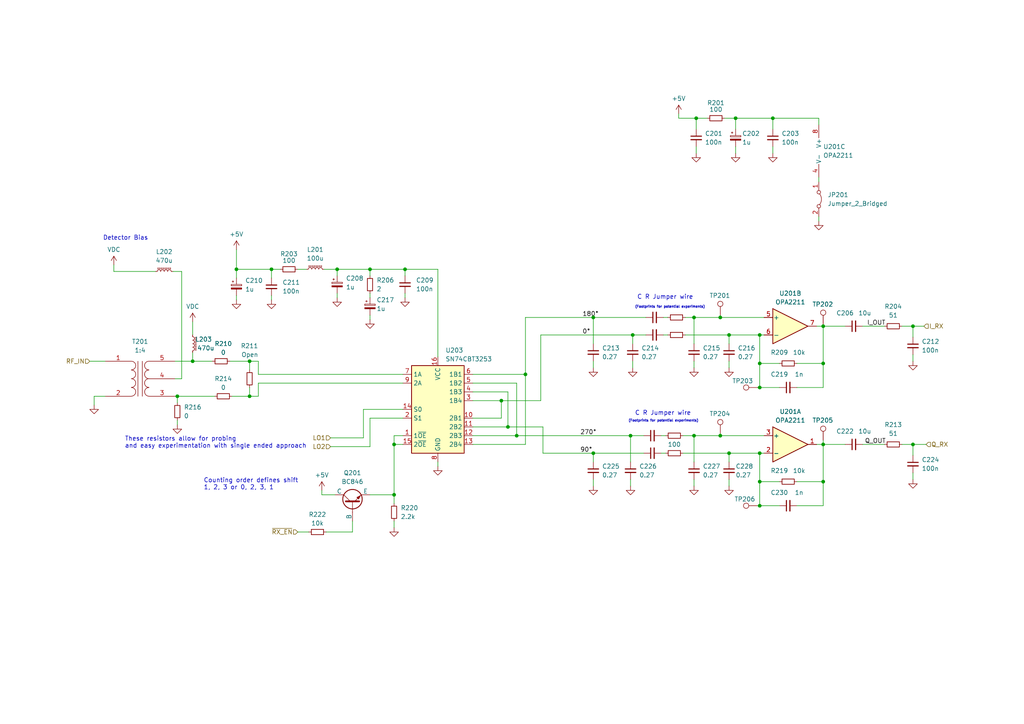
<source format=kicad_sch>
(kicad_sch (version 20231120) (generator "eeschema") (generator_version "8.0")
  (paper "A4")
  (title_block (title "Rhapsody - moduar experimental SDR TRX") (date "2023-10-12") (rev "1.0") (company "SP6GK") (comment 1 "Quadrature Sampling Detector (RX Tayloe mixer)"))
  (lib_symbols
    (symbol "Amplifier_Operational:NE5532" (pin_names (offset 0.127))
      (property "Reference" "U" (at 0 5.08 0))
      (property "Value" "NE5532" (at 0 -5.08 0))
      (symbol "NE5532_1_1"
        (polyline (pts (xy -5.08 5.08) (xy 5.08 0) (xy -5.08 -5.08) (xy -5.08 5.08)) (stroke (width 0.254)) (fill (type background)))
        (pin output line (at 7.62 0 180) (length 2.54) (name "~") (number "1"))
        (pin input line (at -7.62 -2.54 0) (length 2.54) (name "-") (number "2"))
        (pin input line (at -7.62 2.54 0) (length 2.54) (name "+") (number "3"))
      )
      (symbol "NE5532_2_1"
        (polyline (pts (xy -5.08 5.08) (xy 5.08 0) (xy -5.08 -5.08) (xy -5.08 5.08)) (stroke (width 0.254)) (fill (type background)))
        (pin input line (at -7.62 2.54 0) (length 2.54) (name "+") (number "5"))
        (pin input line (at -7.62 -2.54 0) (length 2.54) (name "-") (number "6"))
        (pin output line (at 7.62 0 180) (length 2.54) (name "~") (number "7"))
      )
      (symbol "NE5532_3_1"
        (pin power_in line (at -2.54 -7.62 90) (length 3.81) (name "V-") (number "4"))
        (pin power_in line (at -2.54 7.62 270) (length 3.81) (name "V+") (number "8"))
      )
    )
    (symbol "Analog_Switch:SN74CBT3253"
      (property "Reference" "U" (at -7.62 13.97 0))
      (property "Value" "SN74CBT3253" (at -11.43 -13.97 0))
      (symbol "SN74CBT3253_0_1"
        (rectangle (start -7.62 12.7) (end 7.62 -12.7) (stroke (width 0.254)) (fill (type background)))
        (rectangle (start 7.62 -12.7) (end 7.62 -12.7))
      )
      (symbol "SN74CBT3253_1_1"
        (pin input line (at -10.16 -7.62 0) (length 2.54) (name "1~{OE}") (number "1"))
        (pin bidirectional line (at 10.16 -2.54 180) (length 2.54) (name "2B1") (number "10"))
        (pin bidirectional line (at 10.16 -5.08 180) (length 2.54) (name "2B2") (number "11"))
        (pin bidirectional line (at 10.16 -7.62 180) (length 2.54) (name "2B3") (number "12"))
        (pin bidirectional line (at 10.16 -10.16 180) (length 2.54) (name "2B4") (number "13"))
        (pin input line (at -10.16 0 0) (length 2.54) (name "S0") (number "14"))
        (pin input line (at -10.16 -10.16 0) (length 2.54) (name "2~{OE}") (number "15"))
        (pin power_in line (at 0 15.24 270) (length 2.54) (name "VCC") (number "16"))
        (pin input line (at -10.16 -2.54 0) (length 2.54) (name "S1") (number "2"))
        (pin bidirectional line (at 10.16 2.54 180) (length 2.54) (name "1B4") (number "3"))
        (pin bidirectional line (at 10.16 5.08 180) (length 2.54) (name "1B3") (number "4"))
        (pin bidirectional line (at 10.16 7.62 180) (length 2.54) (name "1B2") (number "5"))
        (pin bidirectional line (at 10.16 10.16 180) (length 2.54) (name "1B1") (number "6"))
        (pin bidirectional line (at -10.16 10.16 0) (length 2.54) (name "1A") (number "7"))
        (pin power_in line (at 0 -15.24 90) (length 2.54) (name "GND") (number "8"))
        (pin bidirectional line (at -10.16 7.62 0) (length 2.54) (name "2A") (number "9"))
      )
    )
    (symbol "Connector:TestPoint" (pin_numbers hide) (pin_names (offset 0.762) hide)
      (property "Reference" "TP" (at 0 6.858 0))
      (property "Value" "TestPoint" (at 0 5.08 0))
      (symbol "TestPoint_0_1"
        (circle (center 0 3.302) (radius 0.762))
      )
      (symbol "TestPoint_1_1"
        (pin passive line (at 0 0 90) (length 2.54) (name "1") (number "1"))
      )
    )
    (symbol "Device:C_Polarized_Small" (pin_numbers hide) (pin_names (offset 0.254) hide)
      (property "Reference" "C" (at 0.254 1.778 0))
      (property "Value" "C_Polarized_Small" (at 0.254 -2.032 0))
      (symbol "C_Polarized_Small_0_1"
        (rectangle (start -1.524 -0.3048) (end 1.524 -0.6858) (fill (type outline)))
        (rectangle (start -1.524 0.6858) (end 1.524 0.3048))
        (polyline (pts (xy -1.27 1.524) (xy -0.762 1.524)))
        (polyline (pts (xy -1.016 1.27) (xy -1.016 1.778)))
      )
      (symbol "C_Polarized_Small_1_1"
        (pin passive line (at 0 2.54 270) (length 1.8542) (name "~") (number "1"))
        (pin passive line (at 0 -2.54 90) (length 1.8542) (name "~") (number "2"))
      )
    )
    (symbol "Device:C_Small" (pin_numbers hide) (pin_names (offset 0.254) hide)
      (property "Reference" "C" (at 0.254 1.778 0))
      (property "Value" "C_Small" (at 0.254 -2.032 0))
      (symbol "C_Small_0_1"
        (polyline (pts (xy -1.524 -0.508) (xy 1.524 -0.508)) (stroke (width 0.3302)))
        (polyline (pts (xy -1.524 0.508) (xy 1.524 0.508)) (stroke (width 0.3048)))
      )
      (symbol "C_Small_1_1"
        (pin passive line (at 0 2.54 270) (length 2.032) (name "~") (number "1"))
        (pin passive line (at 0 -2.54 90) (length 2.032) (name "~") (number "2"))
      )
    )
    (symbol "Device:L_Ferrite_Small" (pin_numbers hide) (pin_names (offset 0.254) hide)
      (property "Reference" "L" (at 1.27 1.016 0))
      (property "Value" "L_Ferrite_Small" (at 1.27 -1.27 0))
      (symbol "L_Ferrite_Small_0_1"
        (arc (start 0 -2.032) (mid 0.5058 -1.524) (end 0 -1.016))
        (arc (start 0 -1.016) (mid 0.5058 -0.508) (end 0 0))
        (polyline (pts (xy 0.762 -1.905) (xy 0.762 -1.651)))
        (polyline (pts (xy 0.762 -1.397) (xy 0.762 -1.143)))
        (polyline (pts (xy 0.762 -0.889) (xy 0.762 -0.635)))
        (polyline (pts (xy 0.762 -0.381) (xy 0.762 -0.127)))
        (polyline (pts (xy 0.762 0.127) (xy 0.762 0.381)))
        (polyline (pts (xy 0.762 0.635) (xy 0.762 0.889)))
        (polyline (pts (xy 0.762 1.143) (xy 0.762 1.397)))
        (polyline (pts (xy 0.762 1.651) (xy 0.762 1.905)))
        (polyline (pts (xy 1.016 -1.651) (xy 1.016 -1.905)))
        (polyline (pts (xy 1.016 -1.143) (xy 1.016 -1.397)))
        (polyline (pts (xy 1.016 -0.635) (xy 1.016 -0.889)))
        (polyline (pts (xy 1.016 -0.127) (xy 1.016 -0.381)))
        (polyline (pts (xy 1.016 0.381) (xy 1.016 0.127)))
        (polyline (pts (xy 1.016 0.889) (xy 1.016 0.635)))
        (polyline (pts (xy 1.016 1.397) (xy 1.016 1.143)))
        (polyline (pts (xy 1.016 1.905) (xy 1.016 1.651)))
        (arc (start 0 0) (mid 0.5058 0.508) (end 0 1.016))
        (arc (start 0 1.016) (mid 0.5058 1.524) (end 0 2.032))
      )
      (symbol "L_Ferrite_Small_1_1"
        (pin passive line (at 0 2.54 270) (length 0.508) (name "~") (number "1"))
        (pin passive line (at 0 -2.54 90) (length 0.508) (name "~") (number "2"))
      )
    )
    (symbol "Device:Opamp_Dual"
      (property "Reference" "U" (at 0 5.08 0))
      (property "Value" "Opamp_Dual" (at 0 -5.08 0))
      (symbol "Opamp_Dual_1_1"
        (polyline (pts (xy -5.08 5.08) (xy 5.08 0) (xy -5.08 -5.08) (xy -5.08 5.08)) (stroke (width 0.254)) (fill (type background)))
        (pin output line (at 7.62 0 180) (length 2.54) (name "~") (number "1"))
        (pin input line (at -7.62 -2.54 0) (length 2.54) (name "-") (number "2"))
        (pin input line (at -7.62 2.54 0) (length 2.54) (name "+") (number "3"))
      )
      (symbol "Opamp_Dual_2_1"
        (polyline (pts (xy -5.08 5.08) (xy 5.08 0) (xy -5.08 -5.08) (xy -5.08 5.08)) (stroke (width 0.254)) (fill (type background)))
        (pin input line (at -7.62 2.54 0) (length 2.54) (name "+") (number "5"))
        (pin input line (at -7.62 -2.54 0) (length 2.54) (name "-") (number "6"))
        (pin output line (at 7.62 0 180) (length 2.54) (name "~") (number "7"))
      )
      (symbol "Opamp_Dual_3_1"
        (pin power_in line (at -2.54 -7.62 90) (length 3.81) (name "V-") (number "4"))
        (pin power_in line (at -2.54 7.62 270) (length 3.81) (name "V+") (number "8"))
      )
    )
    (symbol "Device:R_Small" (pin_numbers hide) (pin_names (offset 0.254) hide)
      (property "Reference" "R" (at 0.762 0.508 0))
      (property "Value" "R_Small" (at 0.762 -1.016 0))
      (symbol "R_Small_0_1"
        (rectangle (start -0.762 1.778) (end 0.762 -1.778) (stroke (width 0.2032)))
      )
      (symbol "R_Small_1_1"
        (pin passive line (at 0 2.54 270) (length 0.762) (name "~") (number "1"))
        (pin passive line (at 0 -2.54 90) (length 0.762) (name "~") (number "2"))
      )
    )
    (symbol "Device:Transformer_1P_SS" (pin_names (offset 1.016) hide)
      (property "Reference" "T" (at 0 6.35 0))
      (property "Value" "Transformer_1P_SS" (at 0 -7.62 0))
      (symbol "Transformer_1P_SS_0_1"
        (arc (start -2.54 -5.0546) (mid -1.6599 -4.6901) (end -1.27 -3.81))
        (arc (start -2.54 -2.5146) (mid -1.6599 -2.1501) (end -1.27 -1.27))
        (arc (start -2.54 0.0254) (mid -1.6599 0.3899) (end -1.27 1.27))
        (arc (start -2.54 2.5654) (mid -1.6599 2.9299) (end -1.27 3.81))
        (arc (start -1.27 -3.81) (mid -1.642 -2.912) (end -2.54 -2.54))
        (arc (start -1.27 -1.27) (mid -1.642 -0.372) (end -2.54 0))
        (arc (start -1.27 1.27) (mid -1.642 2.168) (end -2.54 2.54))
        (arc (start -1.27 3.81) (mid -1.642 4.708) (end -2.54 5.08))
        (polyline (pts (xy -0.635 5.08) (xy -0.635 -5.08)))
        (polyline (pts (xy 0.635 -5.08) (xy 0.635 5.08)))
        (arc (start 1.2954 -1.27) (mid 1.6599 -2.1501) (end 2.54 -2.5146))
        (arc (start 1.2954 1.27) (mid 1.6599 0.3899) (end 2.54 0.0254))
        (arc (start 1.2954 3.81) (mid 1.6599 2.9299) (end 2.54 2.5654))
        (arc (start 1.3208 -3.81) (mid 1.6853 -4.6901) (end 2.5654 -5.0546))
        (arc (start 2.54 0) (mid 1.642 -0.372) (end 1.2954 -1.27))
        (arc (start 2.54 2.54) (mid 1.642 2.168) (end 1.2954 1.27))
        (arc (start 2.54 5.08) (mid 1.642 4.708) (end 1.2954 3.81))
        (arc (start 2.5654 -2.54) (mid 1.6674 -2.912) (end 1.3208 -3.81))
      )
      (symbol "Transformer_1P_SS_1_1"
        (pin passive line (at -10.16 5.08 0) (length 7.62) (name "AA") (number "1"))
        (pin passive line (at -10.16 -5.08 0) (length 7.62) (name "AB") (number "2"))
        (pin passive line (at 10.16 -5.08 180) (length 7.62) (name "SA") (number "3"))
        (pin passive line (at 10.16 0 180) (length 7.62) (name "SC") (number "4"))
        (pin passive line (at 10.16 5.08 180) (length 7.62) (name "SB") (number "5"))
      )
    )
    (symbol "Jumper:Jumper_2_Bridged" (pin_names (offset 0) hide)
      (property "Reference" "JP" (at 0 1.905 0))
      (property "Value" "Jumper_2_Bridged" (at 0 -2.54 0))
      (symbol "Jumper_2_Bridged_0_0"
        (circle (center -2.032 0) (radius 0.508))
        (circle (center 2.032 0) (radius 0.508))
      )
      (symbol "Jumper_2_Bridged_0_1"
        (arc (start 1.524 0.254) (mid 0 0.762) (end -1.524 0.254))
      )
      (symbol "Jumper_2_Bridged_1_1"
        (pin passive line (at -5.08 0 0) (length 2.54) (name "A") (number "1"))
        (pin passive line (at 5.08 0 180) (length 2.54) (name "B") (number "2"))
      )
    )
    (symbol "Simulation_SPICE:NPN" (pin_numbers hide) (pin_names (offset 0))
      (property "Reference" "Q201" (at 8.89 0 90))
      (property "Value" "NPN" (at 6.35 0 90))
      (symbol "NPN_0_1"
        (polyline (pts (xy -2.54 0) (xy 0.635 0)) (stroke (width 0.1524)))
        (polyline (pts (xy 0.635 0.635) (xy 2.54 2.54)))
        (polyline (pts (xy 2.794 -1.27) (xy 2.794 -1.27)) (stroke (width 0.1524)))
        (polyline (pts (xy 2.794 -1.27) (xy 2.794 -1.27)) (stroke (width 0.1524)))
        (polyline (pts (xy 0.635 -0.635) (xy 2.54 -2.54) (xy 2.54 -2.54)))
        (polyline (pts (xy 0.635 1.905) (xy 0.635 -1.905) (xy 0.635 -1.905)) (stroke (width 0.508)))
        (polyline (pts (xy 1.27 -1.778) (xy 1.778 -1.27) (xy 2.286 -2.286) (xy 1.27 -1.778) (xy 1.27 -1.778)) (fill (type outline)))
        (circle (center 1.27 0) (radius 2.8194) (stroke (width 0.254)))
      )
      (symbol "NPN_1_1"
        (pin input line (at -5.08 0 0) (length 2.54) (name "B") (number "1"))
        (pin open_emitter line (at 2.54 -5.08 90) (length 2.54) (name "E") (number "2"))
        (pin open_collector line (at 2.54 5.08 270) (length 2.54) (name "C") (number "3"))
      )
    )
    (symbol "power:+5V" (power) (pin_names (offset 0))
      (property "Value" "+5V" (at 0 3.556 0))
      (symbol "+5V_0_1"
        (polyline (pts (xy -0.762 1.27) (xy 0 2.54)))
        (polyline (pts (xy 0 0) (xy 0 2.54)))
        (polyline (pts (xy 0 2.54) (xy 0.762 1.27)))
      )
      (symbol "+5V_1_1"
        (pin power_in line (at 0 0 90) (length 0) hide (name "+5V") (number "1"))
      )
    )
    (symbol "power:GND" (power) (pin_names (offset 0))
      (property "Value" "GND" (at 0 -3.81 0))
      (symbol "GND_0_1"
        (polyline (pts (xy 0 0) (xy 0 -1.27) (xy 1.27 -1.27) (xy 0 -2.54) (xy -1.27 -1.27) (xy 0 -1.27)))
      )
      (symbol "GND_1_1"
        (pin power_in line (at 0 0 270) (length 0) hide (name "GND") (number "1"))
      )
    )
    (symbol "power:VDC" (power) (pin_names (offset 0))
      (property "Value" "VDC" (at 0 6.35 0))
      (symbol "VDC_0_1"
        (polyline (pts (xy -0.762 1.27) (xy 0 2.54)))
        (polyline (pts (xy 0 0) (xy 0 2.54)))
        (polyline (pts (xy 0 2.54) (xy 0.762 1.27)))
      )
      (symbol "VDC_1_1"
        (pin power_in line (at 0 0 90) (length 0) hide (name "VDC") (number "1"))
      )
    )
  )
  (junction (at 341.63 122.555))
  (junction (at 201.295 126.365))
  (junction (at 182.88 126.365))
  (junction (at 78.74 78.105))
  (junction (at 72.39 104.775))
  (junction (at 201.93 34.29))
  (junction (at 172.085 131.445))
  (junction (at 220.345 105.41))
  (junction (at 145.415 116.205))
  (junction (at 238.76 128.905))
  (junction (at 335.28 151.13))
  (junction (at 323.85 151.13))
  (junction (at 238.76 139.7))
  (junction (at 238.76 105.41))
  (junction (at 97.79 78.105))
  (junction (at 72.39 114.935))
  (junction (at 264.795 128.905))
  (junction (at 220.345 112.395))
  (junction (at 346.075 151.13))
  (junction (at 147.32 123.825))
  (junction (at 375.92 125.095))
  (junction (at 211.455 97.155))
  (junction (at 341.63 88.265))
  (junction (at 220.345 146.685))
  (junction (at 220.345 97.155))
  (junction (at 211.455 131.445))
  (junction (at 224.155 34.29))
  (junction (at 114.3 143.51))
  (junction (at 201.295 92.075))
  (junction (at 149.86 126.365))
  (junction (at 208.915 92.075))
  (junction (at 172.085 92.075))
  (junction (at 208.915 126.365))
  (junction (at 51.435 114.935))
  (junction (at 220.345 139.7))
  (junction (at 183.515 97.155))
  (junction (at 330.835 88.265))
  (junction (at 264.795 94.615))
  (junction (at 117.475 78.105))
  (junction (at 238.76 94.615))
  (junction (at 213.36 34.29))
  (junction (at 68.58 78.105))
  (junction (at 330.835 122.555))
  (junction (at 55.88 104.775))
  (junction (at 375.92 90.805))
  (junction (at 152.4 108.585))
  (junction (at 114.3 128.905))
  (junction (at 107.315 78.105))
  (junction (at 220.345 131.445))
  (wire (pts (xy 97.155 143.51) (xy 93.345 143.51)))
  (wire (pts (xy 114.3 151.13) (xy 114.3 153.035)))
  (wire (pts (xy 149.86 111.125) (xy 137.16 111.125)))
  (wire (pts (xy 219.71 146.685) (xy 220.345 146.685)))
  (wire (pts (xy 182.88 126.365) (xy 186.69 126.365)))
  (wire (pts (xy 375.92 111.125) (xy 375.92 125.095)))
  (wire (pts (xy 117.475 85.09) (xy 117.475 86.36)))
  (wire (pts (xy 201.295 126.365) (xy 208.915 126.365)))
  (wire (pts (xy 220.345 112.395) (xy 226.06 112.395)))
  (wire (pts (xy 221.615 131.445) (xy 220.345 131.445)))
  (wire (pts (xy 261.62 128.905) (xy 264.795 128.905)))
  (wire (pts (xy 152.4 92.075) (xy 152.4 108.585)))
  (wire (pts (xy 137.16 123.825) (xy 147.32 123.825)))
  (wire (pts (xy 68.58 78.105) (xy 78.74 78.105)))
  (wire (pts (xy 45.085 78.74) (xy 33.02 78.74)))
  (wire (pts (xy 78.74 78.105) (xy 81.28 78.105)))
  (wire (pts (xy 330.835 88.265) (xy 332.74 88.265)))
  (wire (pts (xy 116.84 118.745) (xy 105.41 118.745)))
  (wire (pts (xy 137.16 121.285) (xy 145.415 121.285)))
  (wire (pts (xy 341.63 88.265) (xy 341.63 90.17)))
  (wire (pts (xy 238.76 128.905) (xy 236.855 128.905)))
  (wire (pts (xy 211.455 131.445) (xy 211.455 133.985)))
  (wire (pts (xy 191.77 131.445) (xy 193.04 131.445)))
  (wire (pts (xy 201.93 34.29) (xy 201.93 37.465)))
  (wire (pts (xy 191.77 126.365) (xy 193.04 126.365)))
  (wire (pts (xy 107.315 91.44) (xy 107.315 92.71)))
  (wire (pts (xy 250.19 94.615) (xy 256.54 94.615)))
  (wire (pts (xy 107.315 78.105) (xy 117.475 78.105)))
  (wire (pts (xy 264.795 128.905) (xy 268.605 128.905)))
  (wire (pts (xy 74.93 111.125) (xy 116.84 111.125)))
  (wire (pts (xy 208.915 125.73) (xy 208.915 126.365)))
  (wire (pts (xy 50.8 109.855) (xy 52.705 109.855)))
  (wire (pts (xy 362.585 111.125) (xy 375.92 111.125)))
  (wire (pts (xy 152.4 128.905) (xy 152.4 108.585)))
  (wire (pts (xy 107.315 85.09) (xy 107.315 86.36)))
  (wire (pts (xy 50.165 78.74) (xy 52.705 78.74)))
  (wire (pts (xy 201.93 42.545) (xy 201.93 44.45)))
  (wire (pts (xy 137.16 126.365) (xy 149.86 126.365)))
  (wire (pts (xy 30.48 104.775) (xy 26.035 104.775)))
  (wire (pts (xy 210.185 34.29) (xy 213.36 34.29)))
  (wire (pts (xy 238.76 105.41) (xy 238.76 112.395)))
  (wire (pts (xy 72.39 104.775) (xy 66.675 104.775)))
  (wire (pts (xy 74.93 111.125) (xy 74.93 114.935)))
  (wire (pts (xy 352.425 127.635) (xy 349.885 127.635)))
  (wire (pts (xy 182.88 133.985) (xy 182.88 126.365)))
  (wire (pts (xy 198.755 97.155) (xy 211.455 97.155)))
  (wire (pts (xy 156.845 116.205) (xy 156.845 97.155)))
  (wire (pts (xy 220.345 105.41) (xy 220.345 112.395)))
  (wire (pts (xy 224.155 34.29) (xy 224.155 37.465)))
  (wire (pts (xy 359.41 166.37) (xy 359.41 168.275)))
  (wire (pts (xy 52.705 78.74) (xy 52.705 109.855)))
  (wire (pts (xy 201.295 99.695) (xy 201.295 92.075)))
  (wire (pts (xy 318.77 151.13) (xy 323.85 151.13)))
  (wire (pts (xy 97.79 85.09) (xy 97.79 86.36)))
  (wire (pts (xy 157.48 123.825) (xy 157.48 131.445)))
  (wire (pts (xy 330.835 88.265) (xy 330.835 76.835)))
  (wire (pts (xy 147.32 123.825) (xy 157.48 123.825)))
  (wire (pts (xy 346.075 151.13) (xy 346.075 154.305)))
  (wire (pts (xy 315.595 122.555) (xy 323.85 122.555)))
  (wire (pts (xy 74.93 104.775) (xy 72.39 104.775)))
  (wire (pts (xy 72.39 104.775) (xy 72.39 107.315)))
  (wire (pts (xy 211.455 97.155) (xy 220.345 97.155)))
  (wire (pts (xy 201.295 92.075) (xy 208.915 92.075)))
  (wire (pts (xy 182.88 139.065) (xy 182.88 140.97)))
  (wire (pts (xy 224.155 42.545) (xy 224.155 44.45)))
  (wire (pts (xy 238.76 93.98) (xy 238.76 94.615)))
  (wire (pts (xy 201.93 34.29) (xy 205.105 34.29)))
  (wire (pts (xy 220.345 97.155) (xy 220.345 105.41)))
  (wire (pts (xy 337.82 88.265) (xy 341.63 88.265)))
  (wire (pts (xy 78.74 85.725) (xy 78.74 86.995)))
  (wire (pts (xy 341.63 122.555) (xy 341.63 124.46)))
  (wire (pts (xy 172.085 104.775) (xy 172.085 106.68)))
  (wire (pts (xy 192.405 97.155) (xy 193.675 97.155)))
  (wire (pts (xy 145.415 121.285) (xy 145.415 116.205)))
  (wire (pts (xy 114.3 143.51) (xy 114.3 146.05)))
  (wire (pts (xy 238.76 94.615) (xy 238.76 105.41)))
  (wire (pts (xy 220.345 139.7) (xy 220.345 146.685)))
  (wire (pts (xy 97.79 78.105) (xy 107.315 78.105)))
  (wire (pts (xy 102.235 151.13) (xy 102.235 154.305)))
  (wire (pts (xy 51.435 121.92) (xy 51.435 123.19)))
  (wire (pts (xy 362.585 76.835) (xy 375.92 76.835)))
  (wire (pts (xy 201.295 139.065) (xy 201.295 140.97)))
  (wire (pts (xy 332.105 151.13) (xy 335.28 151.13)))
  (wire (pts (xy 349.885 137.16) (xy 375.92 137.16)))
  (wire (pts (xy 147.32 113.665) (xy 147.32 123.825)))
  (wire (pts (xy 183.515 97.155) (xy 187.325 97.155)))
  (wire (pts (xy 341.63 129.54) (xy 341.63 131.445)))
  (wire (pts (xy 337.82 122.555) (xy 341.63 122.555)))
  (wire (pts (xy 117.475 78.105) (xy 127 78.105)))
  (wire (pts (xy 107.315 121.285) (xy 107.315 129.54)))
  (wire (pts (xy 74.93 108.585) (xy 116.84 108.585)))
  (wire (pts (xy 196.85 34.29) (xy 201.93 34.29)))
  (wire (pts (xy 105.41 118.745) (xy 105.41 127)))
  (wire (pts (xy 315.595 88.265) (xy 323.85 88.265)))
  (wire (pts (xy 183.515 97.155) (xy 183.515 99.695)))
  (wire (pts (xy 152.4 92.075) (xy 172.085 92.075)))
  (wire (pts (xy 116.84 121.285) (xy 107.315 121.285)))
  (wire (pts (xy 237.49 34.29) (xy 224.155 34.29)))
  (wire (pts (xy 375.92 125.095) (xy 367.665 125.095)))
  (wire (pts (xy 220.345 139.7) (xy 226.06 139.7)))
  (wire (pts (xy 349.885 102.87) (xy 375.92 102.87)))
  (wire (pts (xy 375.92 90.805) (xy 379.095 90.805)))
  (wire (pts (xy 231.14 139.7) (xy 238.76 139.7)))
  (wire (pts (xy 208.915 91.44) (xy 208.915 92.075)))
  (wire (pts (xy 341.63 122.555) (xy 352.425 122.555)))
  (wire (pts (xy 341.63 88.265) (xy 352.425 88.265)))
  (wire (pts (xy 208.915 92.075) (xy 221.615 92.075)))
  (wire (pts (xy 330.835 122.555) (xy 330.835 111.125)))
  (wire (pts (xy 127 78.105) (xy 127 103.505)))
  (wire (pts (xy 172.085 131.445) (xy 172.085 133.985)))
  (wire (pts (xy 95.885 129.54) (xy 107.315 129.54)))
  (wire (pts (xy 220.345 131.445) (xy 220.345 139.7)))
  (wire (pts (xy 137.16 128.905) (xy 152.4 128.905)))
  (wire (pts (xy 328.93 88.265) (xy 330.835 88.265)))
  (wire (pts (xy 359.41 151.13) (xy 346.075 151.13)))
  (wire (pts (xy 330.835 76.835) (xy 357.505 76.835)))
  (wire (pts (xy 93.98 78.105) (xy 97.79 78.105)))
  (wire (pts (xy 250.19 128.905) (xy 256.54 128.905)))
  (wire (pts (xy 335.28 151.13) (xy 346.075 151.13)))
  (wire (pts (xy 192.405 92.075) (xy 193.675 92.075)))
  (wire (pts (xy 74.93 114.935) (xy 72.39 114.935)))
  (wire (pts (xy 375.92 76.835) (xy 375.92 90.805)))
  (wire (pts (xy 50.8 114.935) (xy 51.435 114.935)))
  (wire (pts (xy 231.14 105.41) (xy 238.76 105.41)))
  (wire (pts (xy 172.085 139.065) (xy 172.085 140.97)))
  (wire (pts (xy 127 133.985) (xy 127 135.255)))
  (wire (pts (xy 264.795 128.905) (xy 264.795 132.08)))
  (wire (pts (xy 97.79 78.105) (xy 97.79 80.01)))
  (wire (pts (xy 211.455 104.775) (xy 211.455 106.68)))
  (wire (pts (xy 264.795 94.615) (xy 267.97 94.615)))
  (wire (pts (xy 375.92 125.095) (xy 379.095 125.095)))
  (wire (pts (xy 213.36 34.29) (xy 213.36 37.465)))
  (wire (pts (xy 238.76 128.905) (xy 238.76 139.7)))
  (wire (pts (xy 323.85 151.13) (xy 323.85 154.305)))
  (wire (pts (xy 114.3 128.905) (xy 114.3 143.51)))
  (wire (pts (xy 349.885 127.635) (xy 349.885 137.16)))
  (wire (pts (xy 213.36 42.545) (xy 213.36 44.45)))
  (wire (pts (xy 335.28 159.385) (xy 335.28 161.29)))
  (wire (pts (xy 238.76 139.7) (xy 238.76 146.685)))
  (wire (pts (xy 172.085 99.695) (xy 172.085 92.075)))
  (wire (pts (xy 237.49 36.195) (xy 237.49 34.29)))
  (wire (pts (xy 172.085 131.445) (xy 186.69 131.445)))
  (wire (pts (xy 211.455 131.445) (xy 220.345 131.445)))
  (wire (pts (xy 330.835 122.555) (xy 332.74 122.555)))
  (wire (pts (xy 68.58 78.105) (xy 68.58 80.645)))
  (wire (pts (xy 198.12 131.445) (xy 211.455 131.445)))
  (wire (pts (xy 375.92 90.805) (xy 367.665 90.805)))
  (wire (pts (xy 264.795 94.615) (xy 264.795 97.79)))
  (wire (pts (xy 86.36 78.105) (xy 88.9 78.105)))
  (wire (pts (xy 208.915 126.365) (xy 221.615 126.365)))
  (wire (pts (xy 50.8 104.775) (xy 55.88 104.775)))
  (wire (pts (xy 198.755 92.075) (xy 201.295 92.075)))
  (wire (pts (xy 261.62 94.615) (xy 264.795 94.615)))
  (wire (pts (xy 94.615 154.305) (xy 102.235 154.305)))
  (wire (pts (xy 149.86 126.365) (xy 182.88 126.365)))
  (wire (pts (xy 145.415 116.205) (xy 156.845 116.205)))
  (wire (pts (xy 149.86 126.365) (xy 149.86 111.125)))
  (wire (pts (xy 51.435 114.935) (xy 51.435 116.84)))
  (wire (pts (xy 375.92 102.87) (xy 375.92 90.805)))
  (wire (pts (xy 335.28 151.13) (xy 335.28 154.305)))
  (wire (pts (xy 27.305 114.935) (xy 27.305 117.475)))
  (wire (pts (xy 352.425 93.345) (xy 349.885 93.345)))
  (wire (pts (xy 237.49 52.705) (xy 237.49 51.435)))
  (wire (pts (xy 221.615 97.155) (xy 220.345 97.155)))
  (wire (pts (xy 72.39 114.935) (xy 67.31 114.935)))
  (wire (pts (xy 114.3 128.905) (xy 116.84 128.905)))
  (wire (pts (xy 137.16 116.205) (xy 145.415 116.205)))
  (wire (pts (xy 238.76 127.635) (xy 238.76 128.905)))
  (wire (pts (xy 238.76 94.615) (xy 245.11 94.615)))
  (wire (pts (xy 318.77 149.86) (xy 318.77 151.13)))
  (wire (pts (xy 51.435 114.935) (xy 62.23 114.935)))
  (wire (pts (xy 198.12 126.365) (xy 201.295 126.365)))
  (wire (pts (xy 211.455 97.155) (xy 211.455 99.695)))
  (wire (pts (xy 55.88 93.345) (xy 55.88 97.155)))
  (wire (pts (xy 55.88 104.775) (xy 61.595 104.775)))
  (wire (pts (xy 264.795 137.16) (xy 264.795 139.065)))
  (wire (pts (xy 201.295 133.985) (xy 201.295 126.365)))
  (wire (pts (xy 137.16 113.665) (xy 147.32 113.665)))
  (wire (pts (xy 72.39 112.395) (xy 72.39 114.935)))
  (wire (pts (xy 68.58 72.39) (xy 68.58 78.105)))
  (wire (pts (xy 107.315 143.51) (xy 114.3 143.51)))
  (wire (pts (xy 211.455 139.065) (xy 211.455 140.97)))
  (wire (pts (xy 220.345 105.41) (xy 226.06 105.41)))
  (wire (pts (xy 238.76 128.905) (xy 245.11 128.905)))
  (wire (pts (xy 330.835 111.125) (xy 357.505 111.125)))
  (wire (pts (xy 196.85 33.02) (xy 196.85 34.29)))
  (wire (pts (xy 55.88 102.235) (xy 55.88 104.775)))
  (wire (pts (xy 114.3 126.365) (xy 114.3 128.905)))
  (wire (pts (xy 78.74 78.105) (xy 78.74 80.645)))
  (wire (pts (xy 264.795 102.87) (xy 264.795 104.775)))
  (wire (pts (xy 156.845 97.155) (xy 183.515 97.155)))
  (wire (pts (xy 237.49 64.135) (xy 237.49 62.865)))
  (wire (pts (xy 157.48 131.445) (xy 172.085 131.445)))
  (wire (pts (xy 172.085 92.075) (xy 187.325 92.075)))
  (wire (pts (xy 107.315 78.105) (xy 107.315 80.01)))
  (wire (pts (xy 137.16 108.585) (xy 152.4 108.585)))
  (wire (pts (xy 74.93 108.585) (xy 74.93 104.775)))
  (wire (pts (xy 220.345 146.685) (xy 226.06 146.685)))
  (wire (pts (xy 213.36 34.29) (xy 224.155 34.29)))
  (wire (pts (xy 116.84 126.365) (xy 114.3 126.365)))
  (wire (pts (xy 33.02 76.835) (xy 33.02 78.74)))
  (wire (pts (xy 95.885 127) (xy 105.41 127)))
  (wire (pts (xy 328.93 122.555) (xy 330.835 122.555)))
  (wire (pts (xy 323.85 159.385) (xy 323.85 161.29)))
  (wire (pts (xy 93.345 142.24) (xy 93.345 143.51)))
  (wire (pts (xy 231.14 146.685) (xy 238.76 146.685)))
  (wire (pts (xy 323.85 151.13) (xy 327.025 151.13)))
  (wire (pts (xy 27.305 114.935) (xy 30.48 114.935)))
  (wire (pts (xy 117.475 78.105) (xy 117.475 80.01)))
  (wire (pts (xy 68.58 85.725) (xy 68.58 86.995)))
  (wire (pts (xy 236.855 94.615) (xy 238.76 94.615)))
  (wire (pts (xy 86.36 154.305) (xy 89.535 154.305)))
  (wire (pts (xy 346.075 159.385) (xy 346.075 161.29)))
  (wire (pts (xy 231.14 112.395) (xy 238.76 112.395)))
  (wire (pts (xy 341.63 95.25) (xy 341.63 97.155)))
  (wire (pts (xy 349.885 93.345) (xy 349.885 102.87)))
  (wire (pts (xy 201.295 104.775) (xy 201.295 106.68)))
  (wire (pts (xy 375.92 137.16) (xy 375.92 125.095)))
  (wire (pts (xy 219.71 112.395) (xy 220.345 112.395)))
  (wire (pts (xy 183.515 104.775) (xy 183.515 106.68)))
  (text "Counting order defines shift\n1, 2, 3 or 0, 2, 3, 1\n" (at 59.055 142.24 0) (effects (font (size 1.27 1.27)) (justify left bottom)))
  (text "There should be 2.5V Bias at + terminals, reduce the resistors to limit noise" (at 307.34 105.41 0) (effects (font (size 1.27 1.27)) (justify left bottom)))
  (text "These resistors allow for probing\nand easy experimentation with single ended approach" (at 36.195 130.175 0) (effects (font (size 1.27 1.27)) (justify left bottom)))
  (text "Detector Bias" (at 29.845 69.85 0) (effects (font (size 1.27 1.27)) (justify left bottom)))
  (text "Experimental anti-aliasing filter" (at 342.9 69.215 0) (effects (font (size 1.27 1.27)) (justify left bottom)))
  (text "C R Jumper wire" (at 184.15 120.65 0) (effects (font (size 1.27 1.27)) (justify left bottom)))
  (text "(Footprints for potential experiments)" (at 184.15 89.535 0) (effects (font (size 0.7 0.7)) (justify left bottom)))
  (text "C R Jumper wire" (at 184.785 86.995 0) (effects (font (size 1.27 1.27)) (justify left bottom)))
  (text "(Footprints for potential experiments)" (at 182.245 122.555 0) (effects (font (size 0.7 0.7)) (justify left bottom)))
  (label "90°" (at 168.275 131.445 0))
  (label "Q_OUT" (at 250.825 128.905 0))
  (label "Q_OUT" (at 315.595 122.555 0))
  (label "0°" (at 168.91 97.155 0))
  (label "I_OUT" (at 251.46 94.615 0))
  (label "180°" (at 168.91 92.075 0))
  (label "I_OUT" (at 315.595 88.265 0))
  (label "270°" (at 168.275 126.365 0))
  (hierarchical_label "Q_RX" (shape input) (at 268.605 128.905 0))
  (hierarchical_label "I_RX" (shape input) (at 267.97 94.615 0))
  (hierarchical_label "~{RX_EN}" (shape input) (at 86.36 154.305 180))
  (hierarchical_label "I_RX" (shape input) (at 379.095 90.805 0))
  (hierarchical_label "RF_IN" (shape input) (at 26.035 104.775 180))
  (hierarchical_label "LO2" (shape input) (at 95.885 129.54 180))
  (hierarchical_label "Q_RX" (shape input) (at 379.095 125.095 0))
  (hierarchical_label "LO1" (shape input) (at 95.885 127 180))
  (symbol (lib_id "Connector:TestPoint") (at 219.71 112.395 90) (unit 1)
    (property "Reference" "TP203" (at 218.44 110.49 90) (effects (justify left)))
    (property "Value" "TestPoint" (effects (hide yes)))
    (property "Footprint" "TestPoint:TestPoint_Pad_D1.5mm" (effects (hide yes)))
  )
  (symbol (lib_id "Device:R_Small") (at 207.645 34.29 90) (unit 1)
    (property "Reference" "R201" (at 207.645 29.845 90))
    (property "Value" "100" (at 207.645 31.75 90))
    (property "Footprint" "Resistor_SMD:R_0603_1608Metric_Pad0.98x0.95mm_HandSolder" (effects (hide yes)))
  )
  (symbol (lib_id "power:GND") (at 68.58 86.995 0) (unit 1)
    (property "Reference" "#PWR0210" (effects (hide yes)))
    (property "Value" "GND" (effects (hide yes)))
  )
  (symbol (lib_id "power:GND") (at 211.455 106.68 0) (unit 1)
    (property "Reference" "#PWR0216" (effects (hide yes)))
    (property "Value" "GND" (effects (hide yes)))
  )
  (symbol (lib_id "power:GND") (at 183.515 106.68 0) (unit 1)
    (property "Reference" "#PWR0214" (effects (hide yes)))
    (property "Value" "GND" (effects (hide yes)))
  )
  (symbol (lib_id "power:GND") (at 323.85 161.29 0) (unit 1)
    (property "Reference" "#PWR0232" (effects (hide yes)))
    (property "Value" "GND" (effects (hide yes)))
  )
  (symbol (lib_id "power:GND") (at 27.305 117.475 0) (unit 1)
    (property "Reference" "#PWR0220" (effects (hide yes)))
    (property "Value" "GND" (effects (hide yes)))
  )
  (symbol (lib_id "Device:C_Polarized_Small") (at 97.79 82.55 0) (unit 1)
    (property "Reference" "C208" (at 100.33 80.7339 0) (effects (justify left)))
    (property "Value" "1u" (at 100.33 83.2739 0) (effects (justify left)))
    (property "Footprint" "Capacitor_SMD:C_0603_1608Metric_Pad1.08x0.95mm_HandSolder" (effects (hide yes)))
  )
  (symbol (lib_id "Device:L_Ferrite_Small") (at 47.625 78.74 90) (unit 1)
    (property "Reference" "L202" (at 47.625 73.025 90))
    (property "Value" "470u" (at 47.625 75.565 90))
    (property "Footprint" "Inductor_SMD:L_1206_3216Metric_Pad1.22x1.90mm_HandSolder" (effects (hide yes)))
  )
  (symbol (lib_id "power:GND") (at 346.075 161.29 0) (unit 1)
    (property "Reference" "#PWR0234" (effects (hide yes)))
    (property "Value" "GND" (effects (hide yes)))
  )
  (symbol (lib_id "Device:C_Small") (at 360.045 111.125 90) (unit 1)
    (property "Reference" "C221" (at 357.505 107.95 90))
    (property "Value" "10n" (at 363.22 107.95 90))
    (property "Footprint" "Capacitor_SMD:C_0805_2012Metric_Pad1.18x1.45mm_HandSolder" (effects (hide yes)))
  )
  (symbol (lib_id "Amplifier_Operational:NE5532") (at 229.235 128.905 0) (unit 1)
    (property "Reference" "U201" (at 229.235 119.38 0))
    (property "Value" "OPA2211" (at 229.235 121.92 0))
    (property "Footprint" "Package_SO:SOIC-8_3.9x4.9mm_P1.27mm" (effects (hide yes)))
    (property "Datasheet" "http://www.ti.com/lit/ds/symlink/ne5532.pdf" (effects (hide yes)))
  )
  (symbol (lib_id "Connector:TestPoint") (at 238.76 127.635 0) (unit 1)
    (property "Reference" "TP205" (at 235.585 121.92 0) (effects (justify left)))
    (property "Value" "TestPoint" (effects (hide yes)))
    (property "Footprint" "TestPoint:TestPoint_Pad_D1.5mm" (effects (hide yes)))
  )
  (symbol (lib_id "Device:C_Small") (at 247.65 94.615 90) (unit 1)
    (property "Reference" "C206" (at 245.11 90.805 90))
    (property "Value" "10u" (at 250.825 90.805 90))
    (property "Footprint" "Capacitor_SMD:C_1206_3216Metric_Pad1.33x1.80mm_HandSolder" (effects (hide yes)))
  )
  (symbol (lib_id "Device:Transformer_1P_SS") (at 40.64 109.855 0) (unit 1)
    (property "Reference" "T201" (at 40.64 99.06 0))
    (property "Value" "1:4" (at 40.64 101.6 0))
    (property "Footprint" "T37_toroid:T37_toroid" (effects (hide yes)))
  )
  (symbol (lib_id "Device:C_Polarized_Small") (at 68.58 83.185 0) (unit 1)
    (property "Reference" "C210" (at 71.12 81.3689 0) (effects (justify left)))
    (property "Value" "1u" (at 71.12 83.9089 0) (effects (justify left)))
    (property "Footprint" "Capacitor_SMD:C_0603_1608Metric_Pad1.08x0.95mm_HandSolder" (effects (hide yes)))
  )
  (symbol (lib_id "Amplifier_Operational:NE5532") (at 240.03 43.815 0) (unit 3)
    (property "Reference" "U201" (at 238.76 42.545 0) (effects (justify left)))
    (property "Value" "OPA2211" (at 238.76 45.085 0) (effects (justify left)))
    (property "Footprint" "Package_SO:SOIC-8_3.9x4.9mm_P1.27mm" (effects (hide yes)))
    (property "Datasheet" "http://www.ti.com/lit/ds/symlink/ne5532.pdf" (effects (hide yes)))
  )
  (symbol (lib_id "Device:C_Small") (at 117.475 82.55 0) (unit 1)
    (property "Reference" "C209" (at 120.65 81.2863 0) (effects (justify left)))
    (property "Value" "100n" (at 120.65 83.8263 0) (effects (justify left)))
    (property "Footprint" "Capacitor_SMD:C_0603_1608Metric_Pad1.08x0.95mm_HandSolder" (effects (hide yes)))
  )
  (symbol (lib_id "Device:R_Small") (at 326.39 122.555 90) (unit 1)
    (property "Reference" "R217" (at 326.39 117.475 90))
    (property "Value" "20k" (at 326.39 120.015 90))
    (property "Footprint" "Resistor_SMD:R_0805_2012Metric_Pad1.20x1.40mm_HandSolder" (effects (hide yes)))
  )
  (symbol (lib_id "Jumper:Jumper_2_Bridged") (at 237.49 57.785 270) (unit 1)
    (property "Reference" "JP201" (at 240.03 56.515 90) (effects (justify left)))
    (property "Value" "Jumper_2_Bridged" (at 240.03 59.055 90) (effects (justify left)))
    (property "Footprint" "Resistor_SMD:R_0805_2012Metric_Pad1.20x1.40mm_HandSolder" (effects (hide yes)))
  )
  (symbol (lib_id "power:GND") (at 172.085 140.97 0) (unit 1)
    (property "Reference" "#PWR0223" (effects (hide yes)))
    (property "Value" "GND" (effects (hide yes)))
  )
  (symbol (lib_id "Connector:TestPoint") (at 219.71 146.685 90) (unit 1)
    (property "Reference" "TP206" (at 219.075 144.78 90) (effects (justify left)))
    (property "Value" "TestPoint" (effects (hide yes)))
    (property "Footprint" "TestPoint:TestPoint_Pad_D1.5mm" (effects (hide yes)))
  )
  (symbol (lib_id "Amplifier_Operational:NE5532") (at 229.235 94.615 0) (unit 2)
    (property "Reference" "U201" (at 229.235 85.09 0))
    (property "Value" "OPA2211" (at 229.235 87.63 0))
    (property "Footprint" "Package_SO:SOIC-8_3.9x4.9mm_P1.27mm" (effects (hide yes)))
    (property "Datasheet" "http://www.ti.com/lit/ds/symlink/ne5532.pdf" (effects (hide yes)))
  )
  (symbol (lib_id "Device:C_Small") (at 201.295 102.235 0) (unit 1)
    (property "Reference" "C215" (at 203.835 100.9713 0) (effects (justify left)))
    (property "Value" "0.27" (at 203.835 103.5113 0) (effects (justify left)))
    (property "Footprint" "Capacitor_SMD:C_1206_3216Metric_Pad1.33x1.80mm_HandSolder" (effects (hide yes)))
  )
  (symbol (lib_id "power:GND") (at 211.455 140.97 0) (unit 1)
    (property "Reference" "#PWR0226" (effects (hide yes)))
    (property "Value" "GND" (effects (hide yes)))
  )
  (symbol (lib_id "Device:R_Small") (at 259.08 94.615 90) (unit 1)
    (property "Reference" "R204" (at 259.08 88.9 90))
    (property "Value" "51" (at 259.08 91.44 90))
    (property "Footprint" "Resistor_SMD:R_1206_3216Metric_Pad1.30x1.75mm_HandSolder" (effects (hide yes)))
  )
  (symbol (lib_id "power:GND") (at 264.795 139.065 0) (unit 1)
    (property "Reference" "#PWR0222" (effects (hide yes)))
    (property "Value" "GND" (effects (hide yes)))
  )
  (symbol (lib_id "Device:C_Polarized_Small") (at 213.36 40.005 0) (unit 1)
    (property "Reference" "C202" (at 215.265 38.735 0) (effects (justify left)))
    (property "Value" "1u" (at 215.265 41.275 0) (effects (justify left)))
    (property "Footprint" "Capacitor_SMD:C_0603_1608Metric_Pad1.08x0.95mm_HandSolder" (effects (hide yes)))
  )
  (symbol (lib_id "Device:Opamp_Dual") (at 361.95 158.75 0) (unit 3)
    (property "Reference" "U202" (at 360.68 157.48 0) (effects (justify left)))
    (property "Value" "Opamp_Dual" (at 360.68 160.02 0) (effects (justify left)))
    (property "Footprint" "Package_SO:SOIC-8_3.9x4.9mm_P1.27mm" (effects (hide yes)))
  )
  (symbol (lib_id "Device:C_Small") (at 346.075 156.845 0) (unit 1)
    (property "Reference" "C233" (at 348.615 155.575 0) (effects (justify left)))
    (property "Value" "100n" (at 348.615 158.115 0) (effects (justify left)))
    (property "Footprint" "Capacitor_SMD:C_0603_1608Metric_Pad1.08x0.95mm_HandSolder" (effects (hide yes)))
  )
  (symbol (lib_id "Device:C_Small") (at 211.455 102.235 0) (unit 1)
    (property "Reference" "C216" (at 213.995 100.9713 0) (effects (justify left)))
    (property "Value" "0.27" (at 213.995 103.5113 0) (effects (justify left)))
    (property "Footprint" "Capacitor_SMD:C_1206_3216Metric_Pad1.33x1.80mm_HandSolder" (effects (hide yes)))
  )
  (symbol (lib_id "Device:R_Small") (at 259.08 128.905 90) (unit 1)
    (property "Reference" "R213" (at 259.08 123.19 90))
    (property "Value" "51" (at 259.08 125.73 90))
    (property "Footprint" "Resistor_SMD:R_1206_3216Metric_Pad1.30x1.75mm_HandSolder" (effects (hide yes)))
  )
  (symbol (lib_id "Device:C_Small") (at 341.63 127 0) (unit 1)
    (property "Reference" "C229" (at 344.17 125.73 0) (effects (justify left)))
    (property "Value" "100p" (at 344.17 128.27 0) (effects (justify left)))
    (property "Footprint" "Capacitor_SMD:C_0805_2012Metric_Pad1.18x1.45mm_HandSolder" (effects (hide yes)))
  )
  (symbol (lib_id "Device:R_Small") (at 196.215 97.155 90) (unit 1)
    (property "Reference" "R205" (effects (hide yes)))
    (property "Value" "200" (effects (hide yes)))
    (property "Footprint" "Resistor_SMD:R_1206_3216Metric_Pad1.30x1.75mm_HandSolder" (effects (hide yes)))
  )
  (symbol (lib_id "Device:C_Small") (at 182.88 136.525 0) (unit 1)
    (property "Reference" "C226" (at 185.42 135.2613 0) (effects (justify left)))
    (property "Value" "0.27" (at 185.42 137.8013 0) (effects (justify left)))
    (property "Footprint" "Capacitor_SMD:C_1206_3216Metric_Pad1.33x1.80mm_HandSolder" (effects (hide yes)))
  )
  (symbol (lib_id "Device:R_Small") (at 114.3 148.59 0) (unit 1)
    (property "Reference" "R220" (at 116.205 147.32 0) (effects (justify left)))
    (property "Value" "2.2k" (at 116.205 149.86 0) (effects (justify left)))
    (property "Footprint" "Resistor_SMD:R_0603_1608Metric_Pad0.98x0.95mm_HandSolder" (effects (hide yes)))
  )
  (symbol (lib_id "Device:R_Small") (at 329.565 151.13 90) (unit 1)
    (property "Reference" "R221" (at 329.565 146.685 90))
    (property "Value" "100" (at 329.565 148.59 90))
    (property "Footprint" "Resistor_SMD:R_0603_1608Metric_Pad0.98x0.95mm_HandSolder" (effects (hide yes)))
  )
  (symbol (lib_id "Device:C_Small") (at 189.23 126.365 90) (unit 1)
    (property "Reference" "C220" (effects (hide yes)))
    (property "Value" "10u" (effects (hide yes)))
    (property "Footprint" "Capacitor_SMD:C_1206_3216Metric_Pad1.33x1.80mm_HandSolder" (effects (hide yes)))
  )
  (symbol (lib_id "power:GND") (at 97.79 86.36 0) (unit 1)
    (property "Reference" "#PWR0208" (effects (hide yes)))
    (property "Value" "GND" (effects (hide yes)))
  )
  (symbol (lib_id "Device:L_Ferrite_Small") (at 91.44 78.105 90) (unit 1)
    (property "Reference" "L201" (at 91.44 72.39 90))
    (property "Value" "100u" (at 91.44 74.93 90))
    (property "Footprint" "Inductor_SMD:L_1206_3216Metric_Pad1.22x1.90mm_HandSolder" (effects (hide yes)))
  )
  (symbol (lib_id "Connector:TestPoint") (at 208.915 91.44 0) (unit 1)
    (property "Reference" "TP201" (at 205.74 85.725 0) (effects (justify left)))
    (property "Value" "TestPoint" (effects (hide yes)))
    (property "Footprint" "TestPoint:TestPoint_Pad_D1.5mm" (effects (hide yes)))
  )
  (symbol (lib_id "Device:C_Small") (at 247.65 128.905 90) (unit 1)
    (property "Reference" "C222" (at 245.11 125.095 90))
    (property "Value" "10u" (at 250.825 125.095 90))
    (property "Footprint" "Capacitor_SMD:C_1206_3216Metric_Pad1.33x1.80mm_HandSolder" (effects (hide yes)))
  )
  (symbol (lib_id "Device:C_Small") (at 201.93 40.005 0) (unit 1)
    (property "Reference" "C201" (at 204.47 38.735 0) (effects (justify left)))
    (property "Value" "100n" (at 204.47 41.275 0) (effects (justify left)))
    (property "Footprint" "Capacitor_SMD:C_0603_1608Metric_Pad1.08x0.95mm_HandSolder" (effects (hide yes)))
  )
  (symbol (lib_id "Device:C_Small") (at 224.155 40.005 0) (unit 1)
    (property "Reference" "C203" (at 226.695 38.735 0) (effects (justify left)))
    (property "Value" "100n" (at 226.695 41.275 0) (effects (justify left)))
    (property "Footprint" "Capacitor_SMD:C_0603_1608Metric_Pad1.08x0.95mm_HandSolder" (effects (hide yes)))
  )
  (symbol (lib_id "Device:C_Small") (at 228.6 112.395 90) (unit 1)
    (property "Reference" "C219" (at 226.06 108.585 90))
    (property "Value" "1n" (at 231.775 108.585 90))
    (property "Footprint" "Capacitor_SMD:C_0805_2012Metric_Pad1.18x1.45mm_HandSolder" (effects (hide yes)))
  )
  (symbol (lib_id "power:GND") (at 201.295 140.97 0) (unit 1)
    (property "Reference" "#PWR0225" (effects (hide yes)))
    (property "Value" "GND" (effects (hide yes)))
  )
  (symbol (lib_id "Device:R_Small") (at 196.215 92.075 90) (unit 1)
    (property "Reference" "R202" (effects (hide yes)))
    (property "Value" "200" (effects (hide yes)))
    (property "Footprint" "Resistor_SMD:R_1206_3216Metric_Pad1.30x1.75mm_HandSolder" (effects (hide yes)))
  )
  (symbol (lib_id "power:GND") (at 341.63 97.155 0) (unit 1)
    (property "Reference" "#PWR0219" (effects (hide yes)))
    (property "Value" "GND" (effects (hide yes)))
  )
  (symbol (lib_id "Device:C_Small") (at 341.63 92.71 0) (unit 1)
    (property "Reference" "C218" (at 344.17 91.44 0) (effects (justify left)))
    (property "Value" "100p" (at 344.17 93.98 0) (effects (justify left)))
    (property "Footprint" "Capacitor_SMD:C_0805_2012Metric_Pad1.18x1.45mm_HandSolder" (effects (hide yes)))
  )
  (symbol (lib_id "power:+5V") (at 68.58 72.39 0) (unit 1)
    (property "Reference" "#PWR0206" (effects (hide yes)))
    (property "Value" "+5V" (at 68.58 67.945 0))
  )
  (symbol (lib_id "power:GND") (at 117.475 86.36 0) (unit 1)
    (property "Reference" "#PWR0209" (effects (hide yes)))
    (property "Value" "GND" (effects (hide yes)))
  )
  (symbol (lib_id "power:GND") (at 51.435 123.19 0) (unit 1)
    (property "Reference" "#PWR0221" (effects (hide yes)))
    (property "Value" "GND" (effects (hide yes)))
  )
  (symbol (lib_id "Device:R_Small") (at 64.77 114.935 270) (mirror x) (unit 1)
    (property "Reference" "R214" (at 64.77 109.855 90))
    (property "Value" "0" (at 64.77 112.395 90))
    (property "Footprint" "Resistor_SMD:R_1206_3216Metric_Pad1.30x1.75mm_HandSolder" (effects (hide yes)))
  )
  (symbol (lib_id "power:GND") (at 224.155 44.45 0) (unit 1)
    (property "Reference" "#PWR0204" (effects (hide yes)))
    (property "Value" "GND" (effects (hide yes)))
  )
  (symbol (lib_id "power:GND") (at 201.295 106.68 0) (unit 1)
    (property "Reference" "#PWR0215" (effects (hide yes)))
    (property "Value" "GND" (effects (hide yes)))
  )
  (symbol (lib_id "Device:R_Small") (at 72.39 109.855 0) (mirror y) (unit 1)
    (property "Reference" "R211" (at 74.93 100.33 0) (effects (justify left)))
    (property "Value" "Open" (at 74.93 102.87 0) (effects (justify left)))
    (property "Footprint" "Resistor_SMD:R_1206_3216Metric_Pad1.30x1.75mm_HandSolder" (effects (hide yes)))
  )
  (symbol (lib_id "Device:R_Small") (at 195.58 126.365 90) (unit 1)
    (property "Reference" "R212" (effects (hide yes)))
    (property "Value" "100" (at 195.58 128.905 90))
    (property "Footprint" "Resistor_SMD:R_1206_3216Metric_Pad1.30x1.75mm_HandSolder" (effects (hide yes)))
  )
  (symbol (lib_id "Device:C_Small") (at 189.865 97.155 90) (unit 1)
    (property "Reference" "C207" (effects (hide yes)))
    (property "Value" "10u" (effects (hide yes)))
    (property "Footprint" "Capacitor_SMD:C_1206_3216Metric_Pad1.33x1.80mm_HandSolder" (effects (hide yes)))
  )
  (symbol (lib_id "Connector:TestPoint") (at 238.76 93.98 0) (unit 1)
    (property "Reference" "TP202" (at 235.585 88.265 0) (effects (justify left)))
    (property "Value" "TestPoint" (effects (hide yes)))
    (property "Footprint" "TestPoint:TestPoint_Pad_D1.5mm" (effects (hide yes)))
  )
  (symbol (lib_id "Simulation_SPICE:NPN") (at 102.235 146.05 90) (unit 1)
    (property "Reference" "Q201" (at 102.235 137.16 90))
    (property "Value" "BC846" (at 102.235 139.7 90))
    (property "Footprint" "Package_TO_SOT_SMD:SOT-23-3" (effects (hide yes)))
    (property "Sim.Device" "NPN" (effects (hide yes)))
    (property "Sim.Type" "GUMMELPOON" (effects (hide yes)))
    (property "Sim.Pins" "1=C 2=B 3=E" (effects (hide yes)))
  )
  (symbol (lib_id "power:GND") (at 78.74 86.995 0) (unit 1)
    (property "Reference" "#PWR0211" (effects (hide yes)))
    (property "Value" "GND" (effects (hide yes)))
  )
  (symbol (lib_id "Device:C_Polarized_Small") (at 335.28 156.845 0) (unit 1)
    (property "Reference" "C232" (at 337.185 155.575 0) (effects (justify left)))
    (property "Value" "1u" (at 337.185 158.115 0) (effects (justify left)))
    (property "Footprint" "Capacitor_SMD:C_0603_1608Metric_Pad1.08x0.95mm_HandSolder" (effects (hide yes)))
  )
  (symbol (lib_id "Device:C_Small") (at 189.23 131.445 90) (unit 1)
    (property "Reference" "C223" (effects (hide yes)))
    (property "Value" "10u" (effects (hide yes)))
    (property "Footprint" "Capacitor_SMD:C_1206_3216Metric_Pad1.33x1.80mm_HandSolder" (effects (hide yes)))
  )
  (symbol (lib_id "Device:R_Small") (at 228.6 139.7 90) (unit 1)
    (property "Reference" "R219" (at 226.06 136.525 90))
    (property "Value" "10k" (at 231.775 136.525 90))
    (property "Footprint" "Resistor_SMD:R_1206_3216Metric_Pad1.30x1.75mm_HandSolder" (effects (hide yes)))
  )
  (symbol (lib_id "Device:R_Small") (at 64.135 104.775 270) (mirror x) (unit 1)
    (property "Reference" "R210" (at 64.77 99.695 90))
    (property "Value" "0" (at 64.77 102.235 90))
    (property "Footprint" "Resistor_SMD:R_1206_3216Metric_Pad1.30x1.75mm_HandSolder" (effects (hide yes)))
  )
  (symbol (lib_id "Device:C_Small") (at 211.455 136.525 0) (unit 1)
    (property "Reference" "C228" (at 213.36 135.255 0) (effects (justify left)))
    (property "Value" "0.27" (at 213.36 137.795 0) (effects (justify left)))
    (property "Footprint" "Capacitor_SMD:C_1206_3216Metric_Pad1.33x1.80mm_HandSolder" (effects (hide yes)))
  )
  (symbol (lib_id "Device:R_Small") (at 326.39 88.265 90) (unit 1)
    (property "Reference" "R207" (at 326.39 83.185 90))
    (property "Value" "20k" (at 326.39 85.725 90))
    (property "Footprint" "Resistor_SMD:R_0805_2012Metric_Pad1.20x1.40mm_HandSolder" (effects (hide yes)))
  )
  (symbol (lib_id "Device:R_Small") (at 51.435 119.38 0) (mirror y) (unit 1)
    (property "Reference" "R216" (at 53.34 118.11 0) (effects (justify right)))
    (property "Value" "0" (at 53.34 120.65 0) (effects (justify right)))
    (property "Footprint" "Resistor_SMD:R_1206_3216Metric_Pad1.30x1.75mm_HandSolder" (effects (hide yes)))
  )
  (symbol (lib_id "Device:R_Small") (at 335.28 122.555 90) (unit 1)
    (property "Reference" "R218" (at 335.28 116.84 90))
    (property "Value" "470k" (at 335.28 119.38 90))
    (property "Footprint" "Resistor_SMD:R_0805_2012Metric_Pad1.20x1.40mm_HandSolder" (effects (hide yes)))
  )
  (symbol (lib_id "Device:R_Small") (at 107.315 82.55 0) (unit 1)
    (property "Reference" "R206" (at 109.22 81.28 0) (effects (justify left)))
    (property "Value" "2" (at 109.22 83.82 0) (effects (justify left)))
    (property "Footprint" "Resistor_SMD:R_0603_1608Metric_Pad0.98x0.95mm_HandSolder" (effects (hide yes)))
  )
  (symbol (lib_id "power:+5V") (at 93.345 142.24 0) (unit 1)
    (property "Reference" "#PWR0229" (effects (hide yes)))
    (property "Value" "+5V" (at 93.345 137.795 0))
  )
  (symbol (lib_id "Device:C_Small") (at 78.74 83.185 0) (unit 1)
    (property "Reference" "C211" (at 81.915 81.9213 0) (effects (justify left)))
    (property "Value" "100n" (at 81.915 84.4613 0) (effects (justify left)))
    (property "Footprint" "Capacitor_SMD:C_0603_1608Metric_Pad1.08x0.95mm_HandSolder" (effects (hide yes)))
  )
  (symbol (lib_id "Device:R_Small") (at 228.6 105.41 90) (unit 1)
    (property "Reference" "R209" (at 226.06 102.235 90))
    (property "Value" "10k" (at 231.775 102.235 90))
    (property "Footprint" "Resistor_SMD:R_1206_3216Metric_Pad1.30x1.75mm_HandSolder" (effects (hide yes)))
  )
  (symbol (lib_id "Device:C_Small") (at 183.515 102.235 0) (unit 1)
    (property "Reference" "C214" (at 186.055 100.9713 0) (effects (justify left)))
    (property "Value" "0.27" (at 186.055 103.5113 0) (effects (justify left)))
    (property "Footprint" "Capacitor_SMD:C_1206_3216Metric_Pad1.33x1.80mm_HandSolder" (effects (hide yes)))
  )
  (symbol (lib_id "Device:C_Small") (at 172.085 102.235 0) (unit 1)
    (property "Reference" "C213" (at 174.625 100.9713 0) (effects (justify left)))
    (property "Value" "0.27" (at 174.625 103.5113 0) (effects (justify left)))
    (property "Footprint" "Capacitor_SMD:C_1206_3216Metric_Pad1.33x1.80mm_HandSolder" (effects (hide yes)))
  )
  (symbol (lib_id "power:VDC") (at 33.02 76.835 0) (mirror y) (unit 1)
    (property "Reference" "#PWR0207" (effects (hide yes)))
    (property "Value" "VDC" (at 33.02 72.39 0))
  )
  (symbol (lib_id "Analog_Switch:SN74CBT3253") (at 127 118.745 0) (unit 1)
    (property "Reference" "U203" (at 129.1941 101.6 0) (effects (justify left)))
    (property "Value" "SN74CBT3253" (at 129.1941 104.14 0) (effects (justify left)))
    (property "Footprint" "Package_SO:SOIC-16_4.55x10.3mm_P1.27mm" (effects (hide yes)))
    (property "Datasheet" "http://www.ti.com/lit/gpn/sn74cbt3253" (effects (hide yes)))
  )
  (symbol (lib_id "Device:R_Small") (at 83.82 78.105 90) (unit 1)
    (property "Reference" "R203" (at 83.82 73.66 90))
    (property "Value" "100" (at 83.82 75.565 90))
    (property "Footprint" "Resistor_SMD:R_0603_1608Metric_Pad0.98x0.95mm_HandSolder" (effects (hide yes)))
  )
  (symbol (lib_id "Device:R_Small") (at 195.58 131.445 90) (unit 1)
    (property "Reference" "R215" (effects (hide yes)))
    (property "Value" "200" (effects (hide yes)))
    (property "Footprint" "Resistor_SMD:R_1206_3216Metric_Pad1.30x1.75mm_HandSolder" (effects (hide yes)))
  )
  (symbol (lib_id "power:GND") (at 107.315 92.71 0) (unit 1)
    (property "Reference" "#PWR0217" (effects (hide yes)))
    (property "Value" "GND" (effects (hide yes)))
  )
  (symbol (lib_id "Device:L_Ferrite_Small") (at 55.88 99.695 0) (unit 1)
    (property "Reference" "L203" (at 59.055 98.425 0))
    (property "Value" "470u" (at 59.69 100.965 0))
    (property "Footprint" "Inductor_SMD:L_1206_3216Metric_Pad1.22x1.90mm_HandSolder" (effects (hide yes)))
  )
  (symbol (lib_id "power:VDC") (at 55.88 93.345 0) (mirror y) (unit 1)
    (property "Reference" "#PWR0218" (effects (hide yes)))
    (property "Value" "VDC" (at 55.88 88.9 0))
  )
  (symbol (lib_id "Device:R_Small") (at 92.075 154.305 90) (unit 1)
    (property "Reference" "R222" (at 92.075 149.225 90))
    (property "Value" "10k" (at 92.075 151.765 90))
    (property "Footprint" "Resistor_SMD:R_0603_1608Metric_Pad0.98x0.95mm_HandSolder" (effects (hide yes)))
  )
  (symbol (lib_id "Device:C_Small") (at 201.295 136.525 0) (unit 1)
    (property "Reference" "C227" (at 203.835 135.2613 0) (effects (justify left)))
    (property "Value" "0.27" (at 203.835 137.8013 0) (effects (justify left)))
    (property "Footprint" "Capacitor_SMD:C_1206_3216Metric_Pad1.33x1.80mm_HandSolder" (effects (hide yes)))
  )
  (symbol (lib_id "power:GND") (at 127 135.255 0) (unit 1)
    (property "Reference" "#PWR0228" (effects (hide yes)))
    (property "Value" "GND" (effects (hide yes)))
  )
  (symbol (lib_id "Device:C_Small") (at 172.085 136.525 0) (unit 1)
    (property "Reference" "C225" (at 174.625 135.2613 0) (effects (justify left)))
    (property "Value" "0.27" (at 174.625 137.8013 0) (effects (justify left)))
    (property "Footprint" "Capacitor_SMD:C_1206_3216Metric_Pad1.33x1.80mm_HandSolder" (effects (hide yes)))
  )
  (symbol (lib_id "Device:C_Small") (at 360.045 76.835 270) (mirror x) (unit 1)
    (property "Reference" "C205" (at 362.585 73.025 90))
    (property "Value" "10n" (at 356.87 73.025 90))
    (property "Footprint" "Capacitor_SMD:C_0805_2012Metric_Pad1.18x1.45mm_HandSolder" (effects (hide yes)))
  )
  (symbol (lib_id "power:GND") (at 264.795 104.775 0) (unit 1)
    (property "Reference" "#PWR0212" (effects (hide yes)))
    (property "Value" "GND" (effects (hide yes)))
  )
  (symbol (lib_id "Device:Opamp_Dual") (at 360.045 90.805 0) (unit 1)
    (property "Reference" "U202" (at 360.045 80.645 0))
    (property "Value" "Opamp_Dual" (at 360.045 83.185 0))
    (property "Footprint" "Package_SO:SOIC-8_3.9x4.9mm_P1.27mm" (effects (hide yes)))
  )
  (symbol (lib_id "power:GND") (at 335.28 161.29 0) (unit 1)
    (property "Reference" "#PWR0233" (effects (hide yes)))
    (property "Value" "GND" (effects (hide yes)))
  )
  (symbol (lib_id "Device:C_Small") (at 264.795 100.33 0) (unit 1)
    (property "Reference" "C212" (at 267.335 99.06 0) (effects (justify left)))
    (property "Value" "100n" (at 267.335 101.6 0) (effects (justify left)))
    (property "Footprint" "Capacitor_SMD:C_1206_3216Metric_Pad1.33x1.80mm_HandSolder" (effects (hide yes)))
  )
  (symbol (lib_id "power:GND") (at 172.085 106.68 0) (unit 1)
    (property "Reference" "#PWR0213" (effects (hide yes)))
    (property "Value" "GND" (effects (hide yes)))
  )
  (symbol (lib_id "power:GND") (at 201.93 44.45 0) (unit 1)
    (property "Reference" "#PWR0202" (effects (hide yes)))
    (property "Value" "GND" (effects (hide yes)))
  )
  (symbol (lib_id "Device:C_Small") (at 323.85 156.845 0) (unit 1)
    (property "Reference" "C231" (at 326.39 155.575 0) (effects (justify left)))
    (property "Value" "100n" (at 326.39 158.115 0) (effects (justify left)))
    (property "Footprint" "Capacitor_SMD:C_0603_1608Metric_Pad1.08x0.95mm_HandSolder" (effects (hide yes)))
  )
  (symbol (lib_id "power:GND") (at 182.88 140.97 0) (unit 1)
    (property "Reference" "#PWR0224" (effects (hide yes)))
    (property "Value" "GND" (effects (hide yes)))
  )
  (symbol (lib_id "power:+5V") (at 196.85 33.02 0) (unit 1)
    (property "Reference" "#PWR0201" (effects (hide yes)))
    (property "Value" "+5V" (at 196.85 28.575 0))
  )
  (symbol (lib_id "power:GND") (at 213.36 44.45 0) (unit 1)
    (property "Reference" "#PWR0203" (effects (hide yes)))
    (property "Value" "GND" (effects (hide yes)))
  )
  (symbol (lib_id "Connector:TestPoint") (at 208.915 125.73 0) (unit 1)
    (property "Reference" "TP204" (at 205.74 120.015 0) (effects (justify left)))
    (property "Value" "TestPoint" (effects (hide yes)))
    (property "Footprint" "TestPoint:TestPoint_Pad_D1.5mm" (effects (hide yes)))
  )
  (symbol (lib_id "Device:R_Small") (at 335.28 88.265 90) (unit 1)
    (property "Reference" "R208" (at 335.28 82.55 90))
    (property "Value" "470k" (at 335.28 85.09 90))
    (property "Footprint" "Resistor_SMD:R_0805_2012Metric_Pad1.20x1.40mm_HandSolder" (effects (hide yes)))
  )
  (symbol (lib_id "power:GND") (at 237.49 64.135 0) (unit 1)
    (property "Reference" "#PWR0205" (effects (hide yes)))
    (property "Value" "GND" (effects (hide yes)))
  )
  (symbol (lib_id "power:GND") (at 341.63 131.445 0) (unit 1)
    (property "Reference" "#PWR0227" (effects (hide yes)))
    (property "Value" "GND" (effects (hide yes)))
  )
  (symbol (lib_id "Device:C_Small") (at 189.865 92.075 90) (unit 1)
    (property "Reference" "C204" (effects (hide yes)))
    (property "Value" "10u" (effects (hide yes)))
    (property "Footprint" "Capacitor_SMD:C_1206_3216Metric_Pad1.33x1.80mm_HandSolder" (effects (hide yes)))
  )
  (symbol (lib_id "power:GND") (at 114.3 153.035 0) (unit 1)
    (property "Reference" "#PWR0231" (effects (hide yes)))
    (property "Value" "GND" (effects (hide yes)))
  )
  (symbol (lib_id "power:+5V") (at 318.77 149.86 0) (unit 1)
    (property "Reference" "#PWR0230" (effects (hide yes)))
    (property "Value" "+5V" (at 318.77 145.415 0))
  )
  (symbol (lib_id "Device:C_Polarized_Small") (at 107.315 88.9 0) (unit 1)
    (property "Reference" "C217" (at 109.22 86.995 0) (effects (justify left)))
    (property "Value" "1u" (at 109.22 89.535 0) (effects (justify left)))
    (property "Footprint" "Capacitor_SMD:C_0603_1608Metric_Pad1.08x0.95mm_HandSolder" (effects (hide yes)))
  )
  (symbol (lib_id "Device:Opamp_Dual") (at 360.045 125.095 0) (unit 2)
    (property "Reference" "U202" (at 360.045 114.935 0))
    (property "Value" "Opamp_Dual" (at 360.045 117.475 0))
    (property "Footprint" "Package_SO:SOIC-8_3.9x4.9mm_P1.27mm" (effects (hide yes)))
  )
  (symbol (lib_id "Device:C_Small") (at 264.795 134.62 0) (unit 1)
    (property "Reference" "C224" (at 267.335 133.35 0) (effects (justify left)))
    (property "Value" "100n" (at 267.335 135.89 0) (effects (justify left)))
    (property "Footprint" "Capacitor_SMD:C_1206_3216Metric_Pad1.33x1.80mm_HandSolder" (effects (hide yes)))
  )
  (symbol (lib_id "power:GND") (at 359.41 168.275 0) (unit 1)
    (property "Reference" "#PWR0235" (effects (hide yes)))
    (property "Value" "GND" (effects (hide yes)))
  )
  (symbol (lib_id "Device:C_Small") (at 228.6 146.685 90) (unit 1)
    (property "Reference" "C230" (at 226.06 142.875 90))
    (property "Value" "1n" (at 231.775 142.875 90))
    (property "Footprint" "Capacitor_SMD:C_0805_2012Metric_Pad1.18x1.45mm_HandSolder" (effects (hide yes)))
  )
)
</source>
